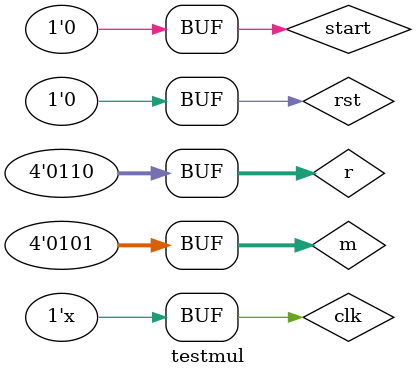
<source format=v>
`timescale 1ns / 1ps

/* Copyright (C) 2020 L-C. Duca
 * SPDX-License-Identifier: GPL-2.0
 * date: 2020/03/23
 */


module testmul;

	// Inputs
	reg clk;
	reg rst;
	reg [3:0] m;
	reg [3:0] r;
	reg start;

	// Outputs
	wire [7:0] prod;
	wire done;

	// Instantiate the Unit Under Test (UUT)
	mul #(4) uut (
		.clk(clk), 
		.rst(rst), 
		.m(m), 
		.r(r), 
		.prod(prod), 
		.start(start), 
		.done(done)
	);

	always #5 clk = ~clk;

	initial begin
		// Initialize Inputs
		clk = 0;
		rst = 1;
		m = 5;
		r = 6;
		start = 0;
		// Wait 100 ns for global reset to finish
		#25;
      rst = 0;
		#10;
		// Add stimulus here
		start = 1;
		#20;
		start = 0;
	end
      
endmodule


</source>
